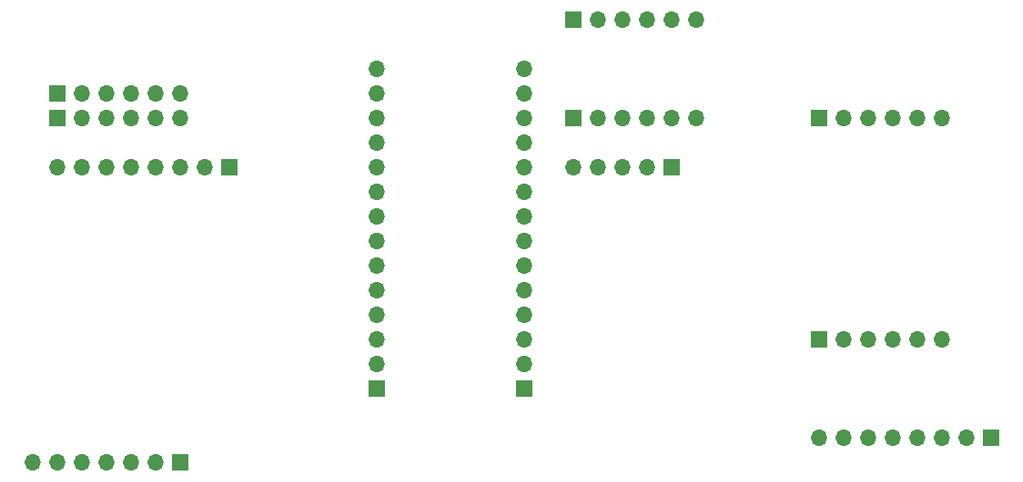
<source format=gts>
G04 #@! TF.GenerationSoftware,KiCad,Pcbnew,(6.0.2)*
G04 #@! TF.CreationDate,2022-11-22T12:47:53+01:00*
G04 #@! TF.ProjectId,plytka,706c7974-6b61-42e6-9b69-6361645f7063,rev?*
G04 #@! TF.SameCoordinates,Original*
G04 #@! TF.FileFunction,Soldermask,Top*
G04 #@! TF.FilePolarity,Negative*
%FSLAX46Y46*%
G04 Gerber Fmt 4.6, Leading zero omitted, Abs format (unit mm)*
G04 Created by KiCad (PCBNEW (6.0.2)) date 2022-11-22 12:47:53*
%MOMM*%
%LPD*%
G01*
G04 APERTURE LIST*
%ADD10R,1.700000X1.700000*%
%ADD11O,1.700000X1.700000*%
G04 APERTURE END LIST*
D10*
X63500000Y-2540000D03*
D11*
X66040000Y-2540000D03*
X68580000Y-2540000D03*
X71120000Y-2540000D03*
X73660000Y-2540000D03*
X76200000Y-2540000D03*
D10*
X58420000Y-40640000D03*
D11*
X58420000Y-38100000D03*
X58420000Y-35560000D03*
X58420000Y-33020000D03*
X58420000Y-30480000D03*
X58420000Y-27940000D03*
X58420000Y-25400000D03*
X58420000Y-22860000D03*
X58420000Y-20320000D03*
X58420000Y-17780000D03*
X58420000Y-15240000D03*
X58420000Y-12700000D03*
X58420000Y-10160000D03*
X58420000Y-7620000D03*
D10*
X88900000Y-12700000D03*
D11*
X91440000Y-12700000D03*
X93980000Y-12700000D03*
X96520000Y-12700000D03*
X99060000Y-12700000D03*
X101600000Y-12700000D03*
D10*
X43180000Y-40640000D03*
D11*
X43180000Y-38100000D03*
X43180000Y-35560000D03*
X43180000Y-33020000D03*
X43180000Y-30480000D03*
X43180000Y-27940000D03*
X43180000Y-25400000D03*
X43180000Y-22860000D03*
X43180000Y-20320000D03*
X43180000Y-17780000D03*
X43180000Y-15240000D03*
X43180000Y-12700000D03*
X43180000Y-10160000D03*
X43180000Y-7620000D03*
D10*
X10160000Y-12700000D03*
D11*
X12700000Y-12700000D03*
X15240000Y-12700000D03*
X17780000Y-12700000D03*
X20320000Y-12700000D03*
X22860000Y-12700000D03*
D10*
X106680000Y-45720000D03*
D11*
X104140000Y-45720000D03*
X101600000Y-45720000D03*
X99060000Y-45720000D03*
X96520000Y-45720000D03*
X93980000Y-45720000D03*
X91440000Y-45720000D03*
X88900000Y-45720000D03*
D10*
X73660000Y-17780000D03*
D11*
X71120000Y-17780000D03*
X68580000Y-17780000D03*
X66040000Y-17780000D03*
X63500000Y-17780000D03*
D10*
X10160000Y-10160000D03*
D11*
X12700000Y-10160000D03*
X15240000Y-10160000D03*
X17780000Y-10160000D03*
X20320000Y-10160000D03*
X22860000Y-10160000D03*
D10*
X22860000Y-48260000D03*
D11*
X20320000Y-48260000D03*
X17780000Y-48260000D03*
X15240000Y-48260000D03*
X12700000Y-48260000D03*
X10160000Y-48260000D03*
X7620000Y-48260000D03*
D10*
X27940000Y-17805000D03*
D11*
X25400000Y-17805000D03*
X22860000Y-17805000D03*
X20320000Y-17805000D03*
X17780000Y-17805000D03*
X15240000Y-17805000D03*
X12700000Y-17805000D03*
X10160000Y-17805000D03*
D10*
X88900000Y-35560000D03*
D11*
X91440000Y-35560000D03*
X93980000Y-35560000D03*
X96520000Y-35560000D03*
X99060000Y-35560000D03*
X101600000Y-35560000D03*
D10*
X63500000Y-12700000D03*
D11*
X66040000Y-12700000D03*
X68580000Y-12700000D03*
X71120000Y-12700000D03*
X73660000Y-12700000D03*
X76200000Y-12700000D03*
M02*

</source>
